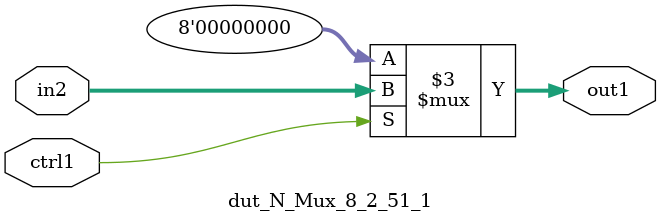
<source format=v>

`timescale 1ps / 1ps


module dut_N_Mux_8_2_51_1( in2, ctrl1, out1 );

    input [7:0] in2;
    input ctrl1;
    output [7:0] out1;
    reg [7:0] out1;

    
    // rtl_process:dut_N_Mux_8_2_51_1/dut_N_Mux_8_2_51_1_thread_1
    always @*
      begin : dut_N_Mux_8_2_51_1_thread_1
        case (ctrl1) 
          1'b1: 
            begin
              out1 = in2;
            end
          default: 
            begin
              out1 = 8'd000;
            end
        endcase
      end

endmodule



</source>
